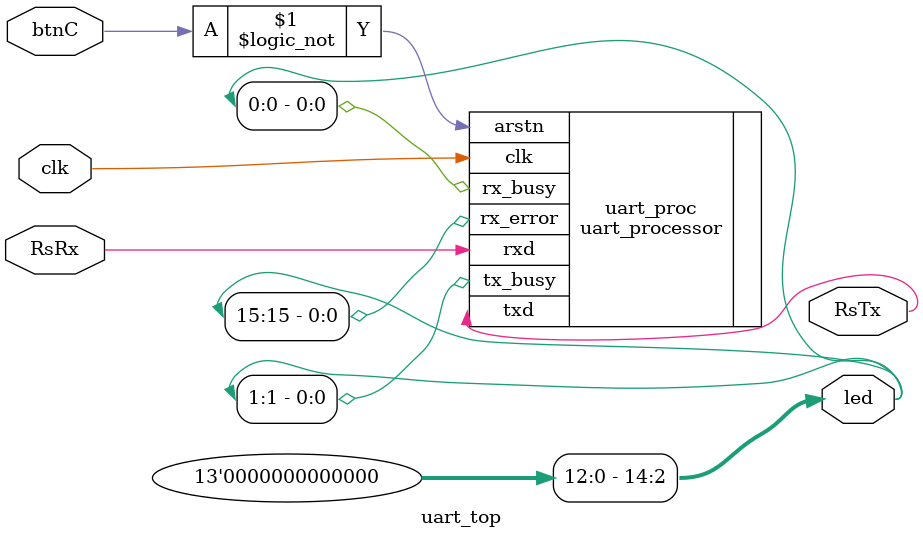
<source format=v>

module uart_top #(
    parameter real CLK_FREQ = 100_000_000,
    parameter integer BAUD_RATE = 115_200
) (
    input wire clk,
    input wire btnC,
    input wire RsRx,
    output wire RsTx,
    output wire [15:0] led
);
    uart_processor #(
        .CLK_FREQ(CLK_FREQ),
        .BAUD_RATE(BAUD_RATE)
    ) uart_proc (
        .clk(clk),
        .arstn(!btnC),
        .rxd(RsRx),
        .txd(RsTx),
        .rx_busy(led[0]),
        .tx_busy(led[1]),
        .rx_error(led[15])
    );

    assign led[14:2] = 13'b0;
endmodule
</source>
